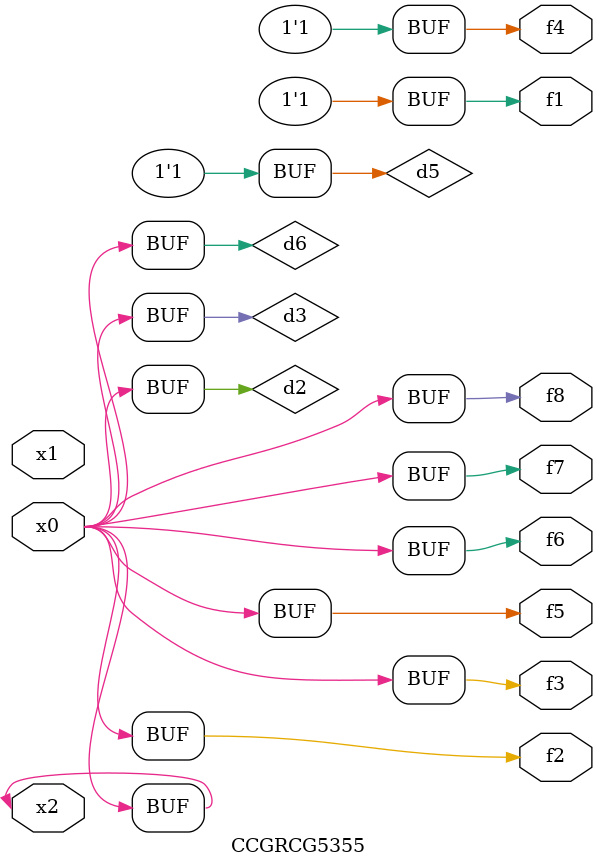
<source format=v>
module CCGRCG5355(
	input x0, x1, x2,
	output f1, f2, f3, f4, f5, f6, f7, f8
);

	wire d1, d2, d3, d4, d5, d6;

	xnor (d1, x2);
	buf (d2, x0, x2);
	and (d3, x0);
	xnor (d4, x1, x2);
	nand (d5, d1, d3);
	buf (d6, d2, d3);
	assign f1 = d5;
	assign f2 = d6;
	assign f3 = d6;
	assign f4 = d5;
	assign f5 = d6;
	assign f6 = d6;
	assign f7 = d6;
	assign f8 = d6;
endmodule

</source>
